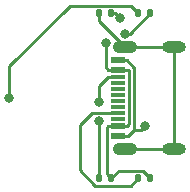
<source format=gbr>
%TF.GenerationSoftware,KiCad,Pcbnew,(6.0.4)*%
%TF.CreationDate,2022-07-19T15:20:19-07:00*%
%TF.ProjectId,Ring Side,52696e67-2053-4696-9465-2e6b69636164,rev?*%
%TF.SameCoordinates,Original*%
%TF.FileFunction,Copper,L1,Top*%
%TF.FilePolarity,Positive*%
%FSLAX46Y46*%
G04 Gerber Fmt 4.6, Leading zero omitted, Abs format (unit mm)*
G04 Created by KiCad (PCBNEW (6.0.4)) date 2022-07-19 15:20:19*
%MOMM*%
%LPD*%
G01*
G04 APERTURE LIST*
G04 Aperture macros list*
%AMRoundRect*
0 Rectangle with rounded corners*
0 $1 Rounding radius*
0 $2 $3 $4 $5 $6 $7 $8 $9 X,Y pos of 4 corners*
0 Add a 4 corners polygon primitive as box body*
4,1,4,$2,$3,$4,$5,$6,$7,$8,$9,$2,$3,0*
0 Add four circle primitives for the rounded corners*
1,1,$1+$1,$2,$3*
1,1,$1+$1,$4,$5*
1,1,$1+$1,$6,$7*
1,1,$1+$1,$8,$9*
0 Add four rect primitives between the rounded corners*
20,1,$1+$1,$2,$3,$4,$5,0*
20,1,$1+$1,$4,$5,$6,$7,0*
20,1,$1+$1,$6,$7,$8,$9,0*
20,1,$1+$1,$8,$9,$2,$3,0*%
G04 Aperture macros list end*
%TA.AperFunction,SMDPad,CuDef*%
%ADD10RoundRect,0.135000X-0.135000X-0.185000X0.135000X-0.185000X0.135000X0.185000X-0.135000X0.185000X0*%
%TD*%
%TA.AperFunction,SMDPad,CuDef*%
%ADD11R,1.150000X0.600000*%
%TD*%
%TA.AperFunction,SMDPad,CuDef*%
%ADD12R,1.150000X0.300000*%
%TD*%
%TA.AperFunction,ComponentPad*%
%ADD13O,2.100000X1.050000*%
%TD*%
%TA.AperFunction,ComponentPad*%
%ADD14O,2.000000X1.000000*%
%TD*%
%TA.AperFunction,ViaPad*%
%ADD15C,0.800000*%
%TD*%
%TA.AperFunction,Conductor*%
%ADD16C,0.250000*%
%TD*%
G04 APERTURE END LIST*
D10*
%TO.P,R2,1*%
%TO.N,Net-(J1-PadA5)*%
X170940000Y-98245000D03*
%TO.P,R2,2*%
%TO.N,VCC*%
X171960000Y-98245000D03*
%TD*%
%TO.P,R1,1*%
%TO.N,Net-(J1-PadS1)*%
X167640000Y-84275000D03*
%TO.P,R1,2*%
%TO.N,GND*%
X168660000Y-84275000D03*
%TD*%
%TO.P,R4,1*%
%TO.N,Net-(R4-Pad1)*%
X170940000Y-84275000D03*
%TO.P,R4,2*%
%TO.N,VCC*%
X171960000Y-84275000D03*
%TD*%
D11*
%TO.P,J1,A1_B12,GND*%
%TO.N,GND*%
X169235000Y-94640000D03*
%TO.P,J1,A4_B9,VBUS*%
%TO.N,VCC*%
X169235000Y-93840000D03*
D12*
%TO.P,J1,A5,CC1*%
%TO.N,Net-(J1-PadA5)*%
X169235000Y-92690000D03*
%TO.P,J1,A6,DP1*%
%TO.N,unconnected-(J1-PadA6)*%
X169235000Y-91690000D03*
%TO.P,J1,A7,DN1*%
%TO.N,unconnected-(J1-PadA7)*%
X169235000Y-91190000D03*
%TO.P,J1,A8,SBU1*%
%TO.N,unconnected-(J1-PadA8)*%
X169235000Y-90190000D03*
D11*
%TO.P,J1,B1_A12,GND*%
%TO.N,GND*%
X169235000Y-88240000D03*
%TO.P,J1,B4_A9,VBUS*%
%TO.N,VCC*%
X169235000Y-89040000D03*
D12*
%TO.P,J1,B5,CC2*%
%TO.N,Net-(J1-PadB5)*%
X169235000Y-89690000D03*
%TO.P,J1,B6,DP2*%
%TO.N,unconnected-(J1-PadB6)*%
X169235000Y-90690000D03*
%TO.P,J1,B7,DN2*%
%TO.N,unconnected-(J1-PadB7)*%
X169235000Y-92190000D03*
%TO.P,J1,B8,SBU2*%
%TO.N,unconnected-(J1-PadB8)*%
X169235000Y-93190000D03*
D13*
%TO.P,J1,S1,SHELL_GND*%
%TO.N,Net-(J1-PadS1)*%
X169810000Y-95760000D03*
D14*
%TO.P,J1,S2,SHELL_GND*%
X173990000Y-95760000D03*
%TO.P,J1,S3,SHELL_GND*%
X173990000Y-87120000D03*
D13*
%TO.P,J1,S4,SHELL_GND*%
X169810000Y-87120000D03*
%TD*%
D10*
%TO.P,R3,1*%
%TO.N,Net-(J1-PadB5)*%
X167640000Y-98245000D03*
%TO.P,R3,2*%
%TO.N,VCC*%
X168660000Y-98245000D03*
%TD*%
D15*
%TO.N,Net-(R4-Pad1)*%
X160020000Y-91440000D03*
%TO.N,GND*%
X169400000Y-84700000D03*
X171500000Y-93800000D03*
%TO.N,VCC*%
X168215522Y-86772555D03*
X169800000Y-85995500D03*
%TO.N,Net-(J1-PadB5)*%
X167600000Y-93414500D03*
X167600000Y-91800000D03*
%TD*%
D16*
%TO.N,Net-(R4-Pad1)*%
X160020000Y-88740000D02*
X160020000Y-91440000D01*
X165129520Y-83630480D02*
X160020000Y-88740000D01*
X170295480Y-83630480D02*
X165129520Y-83630480D01*
X170940000Y-84275000D02*
X170295480Y-83630480D01*
%TO.N,GND*%
X170584031Y-88865009D02*
X169959022Y-88240000D01*
X170060000Y-94640000D02*
X170584031Y-94115969D01*
X170584031Y-94115969D02*
X171184031Y-94115969D01*
X169959022Y-88240000D02*
X169235000Y-88240000D01*
X168975000Y-84275000D02*
X169400000Y-84700000D01*
X171184031Y-94115969D02*
X171500000Y-93800000D01*
X170584031Y-94115969D02*
X170584031Y-88865009D01*
X168660000Y-84275000D02*
X168975000Y-84275000D01*
X169235000Y-94640000D02*
X170060000Y-94640000D01*
%TO.N,VCC*%
X170060000Y-89040000D02*
X170134511Y-89114511D01*
X168335489Y-93914511D02*
X168335489Y-97920489D01*
X169235000Y-89040000D02*
X170060000Y-89040000D01*
X168335489Y-97920489D02*
X168660000Y-98245000D01*
X169235000Y-93840000D02*
X168410000Y-93840000D01*
X169304520Y-97600480D02*
X171315480Y-97600480D01*
X170134511Y-93664511D02*
X169959022Y-93840000D01*
X168410000Y-89040000D02*
X168215522Y-88845522D01*
X170134511Y-89114511D02*
X170134511Y-93664511D01*
X168215522Y-88845522D02*
X168215522Y-86772555D01*
X169959022Y-93840000D02*
X169235000Y-93840000D01*
X169235000Y-89040000D02*
X168410000Y-89040000D01*
X171315480Y-97600480D02*
X171960000Y-98245000D01*
X169800000Y-85995500D02*
X170239500Y-85995500D01*
X168410000Y-93840000D02*
X168335489Y-93914511D01*
X168660000Y-98245000D02*
X169304520Y-97600480D01*
X170239500Y-85995500D02*
X171960000Y-84275000D01*
%TO.N,Net-(J1-PadA5)*%
X166000000Y-97574859D02*
X167314661Y-98889520D01*
X169235000Y-92690000D02*
X167010000Y-92690000D01*
X167010000Y-92690000D02*
X166000000Y-93700000D01*
X166000000Y-93700000D02*
X166000000Y-97574859D01*
X170295480Y-98889520D02*
X170940000Y-98245000D01*
X167314661Y-98889520D02*
X170295480Y-98889520D01*
%TO.N,Net-(J1-PadB5)*%
X167600000Y-91800000D02*
X167600000Y-90450978D01*
X167600000Y-93414500D02*
X167640000Y-93454500D01*
X168386467Y-89664511D02*
X169300000Y-89664511D01*
X167640000Y-93454500D02*
X167640000Y-98245000D01*
X167600000Y-90450978D02*
X168386467Y-89664511D01*
%TO.N,Net-(J1-PadS1)*%
X167640000Y-84275000D02*
X167640000Y-84950000D01*
X173990000Y-87120000D02*
X169810000Y-87120000D01*
X169810000Y-95760000D02*
X173990000Y-95760000D01*
X173990000Y-87120000D02*
X173990000Y-95760000D01*
X167640000Y-84950000D02*
X169810000Y-87120000D01*
%TD*%
M02*

</source>
